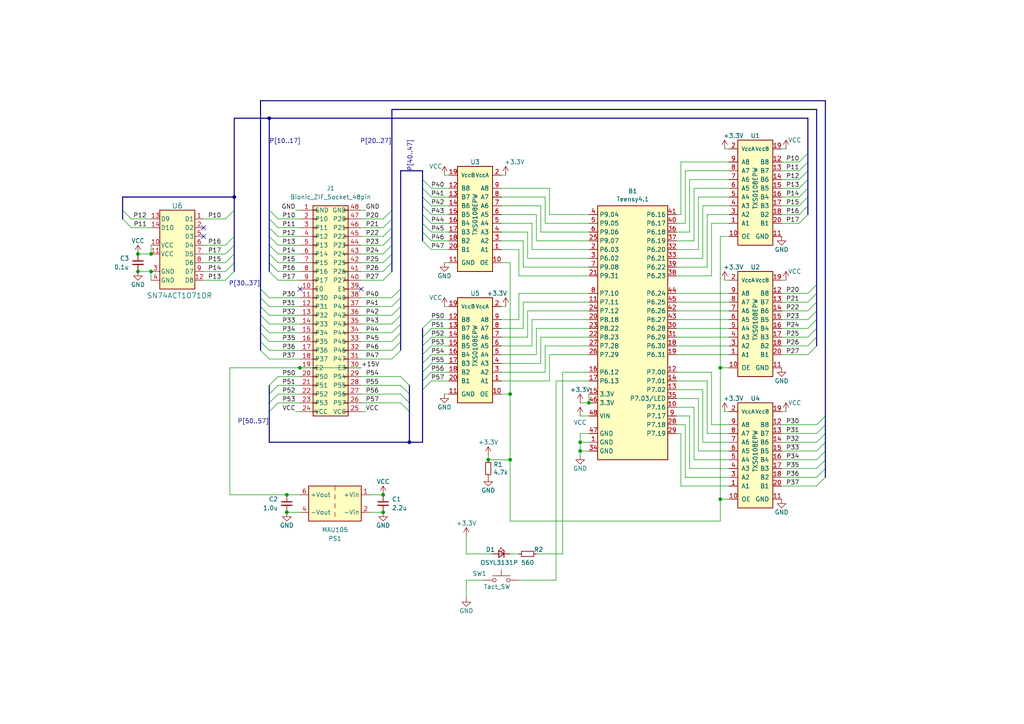
<source format=kicad_sch>
(kicad_sch (version 20230121) (generator eeschema)
  (paper "A4")
  (title_block (title "BionicBase Teensy 4.1 (Universal)") (date "2024-06-20") (rev "7") (company "Tadashi G. Takaoka"))
  (lib_symbols
    (symbol "0-LocalLibrary:Bionic_ZIF_Socket_48pin"
      (property "Reference" "J" (at 3.81 30.48 0))
      (property "Value" "Bionic_ZIF_Socket_48pin" (at 3.81 -33.02 0))
      (symbol "Bionic_ZIF_Socket_48pin_1_1"
        (pin passive line (at -5.08 27.94 0) (length 3.81) (name "GND") (number "1"))
        (pin passive line (at -5.08 5.08 0) (length 3.81) (name "E0") (number "10"))
        (pin passive line (at -5.08 2.54 0) (length 3.81) (name "P30") (number "11"))
        (pin passive line (at -5.08 0 0) (length 3.81) (name "P31") (number "12"))
        (pin passive line (at -5.08 -2.54 0) (length 3.81) (name "P32") (number "13"))
        (pin passive line (at -5.08 -5.08 0) (length 3.81) (name "P33") (number "14"))
        (pin passive line (at -5.08 -7.62 0) (length 3.81) (name "P34") (number "15"))
        (pin passive line (at -5.08 -10.16 0) (length 3.81) (name "P35") (number "16"))
        (pin passive line (at -5.08 -12.7 0) (length 3.81) (name "P36") (number "17"))
        (pin passive line (at -5.08 -15.24 0) (length 3.81) (name "P37") (number "18"))
        (pin passive line (at -5.08 -17.78 0) (length 3.81) (name "E2") (number "19"))
        (pin passive line (at -5.08 25.4 0) (length 3.81) (name "P10") (number "2"))
        (pin passive line (at -5.08 -20.32 0) (length 3.81) (name "P50") (number "20"))
        (pin passive line (at -5.08 -22.86 0) (length 3.81) (name "P51") (number "21"))
        (pin passive line (at -5.08 -25.4 0) (length 3.81) (name "P52") (number "22"))
        (pin passive line (at -5.08 -27.94 0) (length 3.81) (name "P53") (number "23"))
        (pin passive line (at -5.08 -30.48 0) (length 3.81) (name "VCC") (number "24"))
        (pin passive line (at 12.7 -30.48 180) (length 3.81) (name "VCC") (number "25"))
        (pin passive line (at 12.7 -27.94 180) (length 3.81) (name "P57") (number "26"))
        (pin passive line (at 12.7 -25.4 180) (length 3.81) (name "P56") (number "27"))
        (pin passive line (at 12.7 -22.86 180) (length 3.81) (name "P55") (number "28"))
        (pin passive line (at 12.7 -20.32 180) (length 3.81) (name "P54") (number "29"))
        (pin passive line (at -5.08 22.86 0) (length 3.81) (name "P11") (number "3"))
        (pin passive line (at 12.7 -17.78 180) (length 3.81) (name "E3") (number "30"))
        (pin passive line (at 12.7 -15.24 180) (length 3.81) (name "P47") (number "31"))
        (pin passive line (at 12.7 -12.7 180) (length 3.81) (name "P46") (number "32"))
        (pin passive line (at 12.7 -10.16 180) (length 3.81) (name "P45") (number "33"))
        (pin passive line (at 12.7 -7.62 180) (length 3.81) (name "P44") (number "34"))
        (pin passive line (at 12.7 -5.08 180) (length 3.81) (name "P43") (number "35"))
        (pin passive line (at 12.7 -2.54 180) (length 3.81) (name "P42") (number "36"))
        (pin passive line (at 12.7 0 180) (length 3.81) (name "P41") (number "37"))
        (pin passive line (at 12.7 2.54 180) (length 3.81) (name "P40") (number "38"))
        (pin passive line (at 12.7 5.08 180) (length 3.81) (name "E1") (number "39"))
        (pin passive line (at -5.08 20.32 0) (length 3.81) (name "P12") (number "4"))
        (pin passive line (at 12.7 7.62 180) (length 3.81) (name "P27") (number "40"))
        (pin passive line (at 12.7 10.16 180) (length 3.81) (name "P26") (number "41"))
        (pin passive line (at 12.7 12.7 180) (length 3.81) (name "P25") (number "42"))
        (pin passive line (at 12.7 15.24 180) (length 3.81) (name "P24") (number "43"))
        (pin passive line (at 12.7 17.78 180) (length 3.81) (name "P23") (number "44"))
        (pin passive line (at 12.7 20.32 180) (length 3.81) (name "P22") (number "45"))
        (pin passive line (at 12.7 22.86 180) (length 3.81) (name "P21") (number "46"))
        (pin passive line (at 12.7 25.4 180) (length 3.81) (name "P20") (number "47"))
        (pin passive line (at 12.7 27.94 180) (length 3.81) (name "GND") (number "48"))
        (pin passive line (at -5.08 17.78 0) (length 3.81) (name "P13") (number "5"))
        (pin passive line (at -5.08 15.24 0) (length 3.81) (name "P14") (number "6"))
        (pin passive line (at -5.08 12.7 0) (length 3.81) (name "P15") (number "7"))
        (pin passive line (at -5.08 10.16 0) (length 3.81) (name "P16") (number "8"))
        (pin passive line (at -5.08 7.62 0) (length 3.81) (name "P17") (number "9"))
      )
    )
    (symbol "0-LocalLibrary:MAU105"
      (property "Reference" "PS" (at -7.62 6.35 0))
      (property "Value" "MAU105" (at 1.27 6.35 0))
      (symbol "MAU105_0_0"
        (pin power_in line (at -10.16 2.54 0) (length 2.54) (name "+Vin") (number "1"))
        (pin power_in line (at -10.16 -2.54 0) (length 2.54) (name "-Vin") (number "2"))
        (pin passive line (at 10.16 -2.54 180) (length 2.54) (name "-Vout") (number "4"))
        (pin power_out line (at 10.16 2.54 180) (length 2.54) (name "+Vout") (number "6"))
      )
    )
    (symbol "0-LocalLibrary:TXS0108EPW" (pin_names (offset 1.016))
      (property "Reference" "U" (at 0 15.24 0))
      (property "Value" "TXS0108EPW" (at 0 0 90))
      (symbol "TXS0108EPW_1_0"
        (pin bidirectional line (at -7.62 -10.16 0) (length 2.54) (name "A1") (number "1"))
        (pin input line (at -7.62 -13.97 0) (length 2.54) (name "OE") (number "10"))
        (pin power_in line (at 7.62 -13.97 180) (length 2.54) (name "GND") (number "11"))
        (pin bidirectional line (at 7.62 7.62 180) (length 2.54) (name "B8") (number "12"))
        (pin bidirectional line (at 7.62 5.08 180) (length 2.54) (name "B7") (number "13"))
        (pin bidirectional line (at 7.62 2.54 180) (length 2.54) (name "B6") (number "14"))
        (pin bidirectional line (at 7.62 0 180) (length 2.54) (name "B5") (number "15"))
        (pin bidirectional line (at 7.62 -2.54 180) (length 2.54) (name "B4") (number "16"))
        (pin bidirectional line (at 7.62 -5.08 180) (length 2.54) (name "B3") (number "17"))
        (pin bidirectional line (at 7.62 -7.62 180) (length 2.54) (name "B2") (number "18"))
        (pin power_in line (at 7.62 11.43 180) (length 2.54) (name "VccB") (number "19"))
        (pin bidirectional line (at 7.62 -10.16 180) (length 2.54) (name "B1") (number "20"))
        (pin bidirectional line (at -7.62 -7.62 0) (length 2.54) (name "A2") (number "3"))
        (pin bidirectional line (at -7.62 -5.08 0) (length 2.54) (name "A3") (number "4"))
        (pin bidirectional line (at -7.62 -2.54 0) (length 2.54) (name "A4") (number "5"))
        (pin bidirectional line (at -7.62 0 0) (length 2.54) (name "A5") (number "6"))
        (pin bidirectional line (at -7.62 2.54 0) (length 2.54) (name "A6") (number "7"))
        (pin bidirectional line (at -7.62 5.08 0) (length 2.54) (name "A7") (number "8"))
        (pin bidirectional line (at -7.62 7.62 0) (length 2.54) (name "A8") (number "9"))
      )
      (symbol "TXS0108EPW_1_1"
        (pin power_in line (at -7.62 11.43 0) (length 2.54) (name "VccA") (number "2"))
      )
    )
    (symbol "0-LocalLibrary:Tact_SW" (pin_numbers hide) (pin_names (offset 1.016) hide)
      (property "Reference" "SW" (at 1.27 2.54 0))
      (property "Value" "Tact_SW" (at 0 -1.524 0))
      (symbol "Tact_SW_0_1"
        (pin passive line (at -5.08 0 0) (length 2.54) (name "1") (number "1"))
        (pin passive line (at 5.08 0 180) (length 2.54) (name "2") (number "2"))
      )
    )
    (symbol "0-LocalLibrary:Teensy4.1"
      (property "Reference" "B" (at -1.27 30.48 0))
      (property "Value" "Teensy4.1" (at -1.27 -8.89 90))
      (symbol "Teensy4.1_0_0"
        (pin power_in line (at -12.7 -24.13 0) (length 2.54) (name "3.3V") (number "15"))
        (pin bidirectional line (at -12.7 20.32 0) (length 2.54) (name "P9.07") (number "25"))
        (pin power_in line (at -12.7 -35.56 0) (length 2.54) (name "GND") (number "47"))
      )
      (symbol "Teensy4.1_1_1"
        (pin power_out line (at -12.7 -38.1 0) (length 2.54) (name "GND") (number "1"))
        (pin bidirectional line (at 12.7 -27.94 180) (length 2.54) (name "P7.16") (number "10"))
        (pin bidirectional line (at -12.7 2.54 0) (length 2.54) (name "P7.11") (number "11"))
        (pin bidirectional line (at 12.7 -17.78 180) (length 2.54) (name "P7.00") (number "12"))
        (pin bidirectional line (at 12.7 -22.86 180) (length 2.54) (name "P7.02") (number "13"))
        (pin bidirectional line (at 12.7 -20.32 180) (length 2.54) (name "P7.01") (number "14"))
        (pin bidirectional line (at -12.7 -17.78 0) (length 2.54) (name "P6.12") (number "16"))
        (pin bidirectional line (at -12.7 -20.32 0) (length 2.54) (name "P6.13") (number "17"))
        (pin bidirectional line (at 12.7 -10.16 180) (length 2.54) (name "P6.30") (number "18"))
        (pin bidirectional line (at 12.7 -12.7 180) (length 2.54) (name "P6.31") (number "19"))
        (pin bidirectional line (at -12.7 17.78 0) (length 2.54) (name "P6.03") (number "2"))
        (pin bidirectional line (at -12.7 -2.54 0) (length 2.54) (name "P8.18") (number "20"))
        (pin bidirectional line (at -12.7 10.16 0) (length 2.54) (name "P9.31") (number "21"))
        (pin bidirectional line (at -12.7 -7.62 0) (length 2.54) (name "P8.23") (number "22"))
        (pin bidirectional line (at -12.7 -5.08 0) (length 2.54) (name "P8.22") (number "23"))
        (pin bidirectional line (at -12.7 0 0) (length 2.54) (name "P7.12") (number "24"))
        (pin bidirectional line (at -12.7 -12.7 0) (length 2.54) (name "P7.29") (number "26"))
        (pin bidirectional line (at -12.7 -10.16 0) (length 2.54) (name "P7.28") (number "27"))
        (pin bidirectional line (at 12.7 -33.02 180) (length 2.54) (name "P7.18") (number "28"))
        (pin bidirectional line (at 12.7 -35.56 180) (length 2.54) (name "P7.19") (number "29"))
        (pin bidirectional line (at -12.7 15.24 0) (length 2.54) (name "P6.02") (number "3"))
        (pin bidirectional line (at 12.7 -5.08 180) (length 2.54) (name "P6.28") (number "30"))
        (pin bidirectional line (at 12.7 -7.62 180) (length 2.54) (name "P6.29") (number "31"))
        (pin bidirectional line (at 12.7 17.78 180) (length 2.54) (name "P6.20") (number "32"))
        (pin bidirectional line (at 12.7 15.24 180) (length 2.54) (name "P6.21") (number "33"))
        (pin power_in line (at -12.7 -40.64 0) (length 2.54) (name "GND") (number "34"))
        (pin bidirectional line (at 12.7 -25.4 180) (length 2.54) (name "P7.03/LED") (number "35"))
        (pin bidirectional line (at 12.7 22.86 180) (length 2.54) (name "P6.18") (number "36"))
        (pin bidirectional line (at 12.7 20.32 180) (length 2.54) (name "P6.19") (number "37"))
        (pin bidirectional line (at 12.7 10.16 180) (length 2.54) (name "P6.23") (number "38"))
        (pin bidirectional line (at 12.7 12.7 180) (length 2.54) (name "P6.22") (number "39"))
        (pin bidirectional line (at -12.7 27.94 0) (length 2.54) (name "P9.04") (number "4"))
        (pin bidirectional line (at 12.7 25.4 180) (length 2.54) (name "P6.17") (number "40"))
        (pin bidirectional line (at 12.7 27.94 180) (length 2.54) (name "P6.16") (number "41"))
        (pin bidirectional line (at 12.7 0 180) (length 2.54) (name "P6.26") (number "42"))
        (pin bidirectional line (at 12.7 -2.54 180) (length 2.54) (name "P6.27") (number "43"))
        (pin bidirectional line (at 12.7 5.08 180) (length 2.54) (name "P6.24") (number "44"))
        (pin bidirectional line (at 12.7 2.54 180) (length 2.54) (name "P6.25") (number "45"))
        (pin power_out line (at -12.7 -26.67 0) (length 2.54) (name "3.3V") (number "46"))
        (pin power_out line (at -12.7 -30.48 0) (length 2.54) (name "VIN") (number "48"))
        (pin bidirectional line (at -12.7 25.4 0) (length 2.54) (name "P9.05") (number "5"))
        (pin bidirectional line (at -12.7 22.86 0) (length 2.54) (name "P9.06") (number "6"))
        (pin bidirectional line (at -12.7 12.7 0) (length 2.54) (name "P9.08") (number "7"))
        (pin bidirectional line (at -12.7 5.08 0) (length 2.54) (name "P7.10") (number "8"))
        (pin bidirectional line (at 12.7 -30.48 180) (length 2.54) (name "P7.17") (number "9"))
      )
    )
    (symbol "Device:C_Small" (pin_numbers hide) (pin_names (offset 0.254) hide)
      (property "Reference" "C" (at 0.254 1.778 0))
      (property "Value" "C_Small" (at 0.254 -2.032 0))
      (symbol "C_Small_1_1"
        (pin passive line (at 0 2.54 270) (length 2.032) (name "~") (number "1"))
        (pin passive line (at 0 -2.54 90) (length 2.032) (name "~") (number "2"))
      )
    )
    (symbol "Device:LED_Small" (pin_numbers hide) (pin_names (offset 0.254) hide)
      (property "Reference" "D" (at -1.27 3.175 0))
      (property "Value" "LED_Small" (at -4.445 -2.54 0))
      (symbol "LED_Small_1_1"
        (pin passive line (at -2.54 0 0) (length 1.778) (name "K") (number "1"))
        (pin passive line (at 2.54 0 180) (length 1.778) (name "A") (number "2"))
      )
    )
    (symbol "Device:R_Small" (pin_numbers hide) (pin_names (offset 0.254) hide)
      (property "Reference" "R" (at 0.762 0.508 0))
      (property "Value" "R_Small" (at 0.762 -1.016 0))
      (symbol "R_Small_1_1"
        (pin passive line (at 0 2.54 270) (length 0.762) (name "~") (number "1"))
        (pin passive line (at 0 -2.54 90) (length 0.762) (name "~") (number "2"))
      )
    )
    (symbol "power:+3.3V" (power) (pin_names (offset 0))
      (property "Value" "+3.3V" (at 0 3.556 0))
      (symbol "+3.3V_1_1"
        (pin power_in line (at 0 0 90) (length 0) hide (name "+3.3V") (number "1"))
      )
    )
    (symbol "power:GND" (power) (pin_names (offset 0))
      (property "Value" "GND" (at 0 -3.81 0))
      (symbol "GND_1_1"
        (pin power_in line (at 0 0 270) (length 0) hide (name "GND") (number "1"))
      )
    )
    (symbol "power:VCC" (power) (pin_names (offset 0))
      (property "Value" "VCC" (at 0 3.81 0))
      (symbol "VCC_1_1"
        (pin power_in line (at 0 0 90) (length 0) hide (name "VCC") (number "1"))
      )
    )
    (symbol "ti:SN74ACT1071DR" (pin_names (offset 0.254))
      (property "Reference" "U" (at 5.08 3.81 0))
      (property "Value" "SN74ACT1071DR" (at 5.08 1.27 0))
      (symbol "SN74ACT1071DR_1_1"
        (pin input line (at 12.7 -2.54 180) (length 2.54) (name "D1") (number "1"))
        (pin power_in line (at -2.54 -10.16 0) (length 2.54) (name "VCC") (number "10"))
        (pin power_in line (at -2.54 -12.7 0) (length 2.54) (name "VCC") (number "11"))
        (pin input line (at 12.7 -20.32 180) (length 2.54) (name "D8") (number "12"))
        (pin input line (at -2.54 -2.54 0) (length 2.54) (name "D9") (number "13"))
        (pin input line (at -2.54 -5.08 0) (length 2.54) (name "D10") (number "14"))
        (pin input line (at 12.7 -5.08 180) (length 2.54) (name "D2") (number "2"))
        (pin power_in line (at -2.54 -17.78 0) (length 2.54) (name "GND") (number "3"))
        (pin power_in line (at -2.54 -20.32 0) (length 2.54) (name "GND") (number "4"))
        (pin input line (at 12.7 -7.62 180) (length 2.54) (name "D3") (number "5"))
        (pin input line (at 12.7 -10.16 180) (length 2.54) (name "D4") (number "6"))
        (pin input line (at 12.7 -12.7 180) (length 2.54) (name "D5") (number "7"))
        (pin input line (at 12.7 -15.24 180) (length 2.54) (name "D6") (number "8"))
        (pin input line (at 12.7 -17.78 180) (length 2.54) (name "D7") (number "9"))
      )
    )
  )
  (junction (at 147.955 133.35))
  (junction (at 78.105 34.29))
  (junction (at 147.955 114.3))
  (junction (at 83.185 143.51))
  (junction (at 170.815 116.84))
  (junction (at 86.995 106.68))
  (junction (at 43.815 78.74))
  (junction (at 111.125 148.59))
  (junction (at 141.605 133.35))
  (junction (at 168.275 130.81))
  (junction (at 40.005 73.66))
  (junction (at 111.125 143.51))
  (junction (at 67.945 57.15))
  (junction (at 168.275 128.27))
  (junction (at 208.915 106.68))
  (junction (at 118.745 128.27))
  (junction (at 83.185 148.59))
  (junction (at 40.005 78.74))
  (junction (at 43.815 73.66))
  (junction (at 208.915 144.78))
  (no_connect (at 104.775 83.82))
  (no_connect (at 86.995 83.82))
  (no_connect (at 59.055 66.04))
  (no_connect (at 59.055 68.58))
  (bus_entry (at 113.665 76.2) (size -2.54 2.54))
  (bus_entry (at 234.315 54.61) (size -2.54 2.54))
  (bus_entry (at 116.205 101.6) (size -2.54 2.54))
  (bus_entry (at 122.555 52.07) (size 2.54 2.54))
  (bus_entry (at 78.105 66.04) (size 2.54 2.54))
  (bus_entry (at 239.395 138.43) (size -2.54 2.54))
  (bus_entry (at 122.555 59.69) (size 2.54 2.54))
  (bus_entry (at 236.855 90.17) (size -2.54 2.54))
  (bus_entry (at 78.105 73.66) (size 2.54 2.54))
  (bus_entry (at 234.315 57.15) (size -2.54 2.54))
  (bus_entry (at 118.745 111.76) (size -2.54 -2.54))
  (bus_entry (at 113.665 73.66) (size -2.54 2.54))
  (bus_entry (at 75.565 93.98) (size 2.54 2.54))
  (bus_entry (at 116.205 83.82) (size -2.54 2.54))
  (bus_entry (at 234.315 52.07) (size -2.54 2.54))
  (bus_entry (at 75.565 91.44) (size 2.54 2.54))
  (bus_entry (at 122.555 54.61) (size 2.54 2.54))
  (bus_entry (at 116.205 99.06) (size -2.54 2.54))
  (bus_entry (at 78.105 119.38) (size 2.54 -2.54))
  (bus_entry (at 236.855 92.71) (size -2.54 2.54))
  (bus_entry (at 75.565 96.52) (size 2.54 2.54))
  (bus_entry (at 67.945 60.96) (size -2.54 2.54))
  (bus_entry (at 35.56 63.5) (size 2.54 2.54))
  (bus_entry (at 35.56 60.96) (size 2.54 2.54))
  (bus_entry (at 78.105 63.5) (size 2.54 2.54))
  (bus_entry (at 67.945 78.74) (size -2.54 2.54))
  (bus_entry (at 118.745 119.38) (size -2.54 -2.54))
  (bus_entry (at 234.315 49.53) (size -2.54 2.54))
  (bus_entry (at 239.395 123.19) (size -2.54 2.54))
  (bus_entry (at 118.745 116.84) (size -2.54 -2.54))
  (bus_entry (at 78.105 114.3) (size 2.54 -2.54))
  (bus_entry (at 75.565 83.82) (size 2.54 2.54))
  (bus_entry (at 113.665 63.5) (size -2.54 2.54))
  (bus_entry (at 113.665 66.04) (size -2.54 2.54))
  (bus_entry (at 122.555 97.79) (size 2.54 -2.54))
  (bus_entry (at 234.315 44.45) (size -2.54 2.54))
  (bus_entry (at 78.105 76.2) (size 2.54 2.54))
  (bus_entry (at 239.395 135.89) (size -2.54 2.54))
  (bus_entry (at 78.105 60.96) (size 2.54 2.54))
  (bus_entry (at 122.555 105.41) (size 2.54 -2.54))
  (bus_entry (at 116.205 86.36) (size -2.54 2.54))
  (bus_entry (at 236.855 87.63) (size -2.54 2.54))
  (bus_entry (at 75.565 101.6) (size 2.54 2.54))
  (bus_entry (at 239.395 133.35) (size -2.54 2.54))
  (bus_entry (at 75.565 86.36) (size 2.54 2.54))
  (bus_entry (at 122.555 95.25) (size 2.54 -2.54))
  (bus_entry (at 67.945 76.2) (size -2.54 2.54))
  (bus_entry (at 116.205 96.52) (size -2.54 2.54))
  (bus_entry (at 239.395 130.81) (size -2.54 2.54))
  (bus_entry (at 122.555 69.85) (size 2.54 2.54))
  (bus_entry (at 78.105 111.76) (size 2.54 -2.54))
  (bus_entry (at 78.105 116.84) (size 2.54 -2.54))
  (bus_entry (at 122.555 57.15) (size 2.54 2.54))
  (bus_entry (at 239.395 125.73) (size -2.54 2.54))
  (bus_entry (at 234.315 46.99) (size -2.54 2.54))
  (bus_entry (at 236.855 100.33) (size -2.54 2.54))
  (bus_entry (at 239.395 120.65) (size -2.54 2.54))
  (bus_entry (at 122.555 110.49) (size 2.54 -2.54))
  (bus_entry (at 118.745 114.3) (size -2.54 -2.54))
  (bus_entry (at 116.205 93.98) (size -2.54 2.54))
  (bus_entry (at 113.665 71.12) (size -2.54 2.54))
  (bus_entry (at 236.855 97.79) (size -2.54 2.54))
  (bus_entry (at 67.945 71.12) (size -2.54 2.54))
  (bus_entry (at 122.555 113.03) (size 2.54 -2.54))
  (bus_entry (at 122.555 100.33) (size 2.54 -2.54))
  (bus_entry (at 122.555 62.23) (size 2.54 2.54))
  (bus_entry (at 122.555 102.87) (size 2.54 -2.54))
  (bus_entry (at 113.665 78.74) (size -2.54 2.54))
  (bus_entry (at 113.665 68.58) (size -2.54 2.54))
  (bus_entry (at 122.555 67.31) (size 2.54 2.54))
  (bus_entry (at 78.105 68.58) (size 2.54 2.54))
  (bus_entry (at 113.665 60.96) (size -2.54 2.54))
  (bus_entry (at 234.315 59.69) (size -2.54 2.54))
  (bus_entry (at 67.945 73.66) (size -2.54 2.54))
  (bus_entry (at 116.205 88.9) (size -2.54 2.54))
  (bus_entry (at 236.855 95.25) (size -2.54 2.54))
  (bus_entry (at 78.105 78.74) (size 2.54 2.54))
  (bus_entry (at 236.855 85.09) (size -2.54 2.54))
  (bus_entry (at 236.855 82.55) (size -2.54 2.54))
  (bus_entry (at 75.565 88.9) (size 2.54 2.54))
  (bus_entry (at 67.945 68.58) (size -2.54 2.54))
  (bus_entry (at 234.315 62.23) (size -2.54 2.54))
  (bus_entry (at 116.205 91.44) (size -2.54 2.54))
  (bus_entry (at 122.555 107.95) (size 2.54 -2.54))
  (bus_entry (at 75.565 99.06) (size 2.54 2.54))
  (bus_entry (at 78.105 71.12) (size 2.54 2.54))
  (bus_entry (at 239.395 128.27) (size -2.54 2.54))
  (bus_entry (at 122.555 64.77) (size 2.54 2.54))
  (wire (pts (xy 200.025 52.07) (xy 211.455 52.07)))
  (wire (pts (xy 104.775 101.6) (xy 113.665 101.6)))
  (wire (pts (xy 130.175 54.61) (xy 125.095 54.61)))
  (wire (pts (xy 40.005 73.66) (xy 43.815 73.66)))
  (wire (pts (xy 141.605 133.35) (xy 147.955 133.35)))
  (wire (pts (xy 201.295 54.61) (xy 211.455 54.61)))
  (wire (pts (xy 40.005 78.74) (xy 43.815 78.74)))
  (wire (pts (xy 104.775 66.04) (xy 111.125 66.04)))
  (bus (pts (xy 234.315 44.45) (xy 234.315 46.99)))
  (bus (pts (xy 78.105 114.3) (xy 78.105 116.84)))
  (wire (pts (xy 226.695 128.27) (xy 236.855 128.27)))
  (wire (pts (xy 170.815 125.73) (xy 168.275 125.73)))
  (bus (pts (xy 75.565 29.21) (xy 239.395 29.21)))
  (wire (pts (xy 202.565 57.15) (xy 202.565 72.39)))
  (wire (pts (xy 86.995 78.74) (xy 80.645 78.74)))
  (wire (pts (xy 135.255 168.275) (xy 135.255 173.355)))
  (wire (pts (xy 104.775 60.96) (xy 106.045 60.96)))
  (bus (pts (xy 75.565 86.36) (xy 75.565 88.9)))
  (wire (pts (xy 200.025 67.31) (xy 200.025 52.07)))
  (wire (pts (xy 130.175 88.9) (xy 128.905 88.9)))
  (wire (pts (xy 130.175 107.95) (xy 125.095 107.95)))
  (wire (pts (xy 196.215 77.47) (xy 205.105 77.47)))
  (wire (pts (xy 130.175 110.49) (xy 125.095 110.49)))
  (wire (pts (xy 156.845 67.31) (xy 156.845 59.69)))
  (bus (pts (xy 75.565 96.52) (xy 75.565 99.06)))
  (wire (pts (xy 86.995 91.44) (xy 78.105 91.44)))
  (wire (pts (xy 196.215 64.77) (xy 198.755 64.77)))
  (wire (pts (xy 80.645 76.2) (xy 86.995 76.2)))
  (wire (pts (xy 211.455 49.53) (xy 198.755 49.53)))
  (wire (pts (xy 145.415 95.25) (xy 151.765 95.25)))
  (bus (pts (xy 116.205 99.06) (xy 116.205 101.6)))
  (wire (pts (xy 158.115 107.95) (xy 158.115 100.33)))
  (wire (pts (xy 231.775 62.23) (xy 226.695 62.23)))
  (bus (pts (xy 239.395 130.81) (xy 239.395 133.35)))
  (wire (pts (xy 196.215 115.57) (xy 202.565 115.57)))
  (wire (pts (xy 104.775 86.36) (xy 113.665 86.36)))
  (wire (pts (xy 226.695 97.79) (xy 234.315 97.79)))
  (bus (pts (xy 122.555 113.03) (xy 122.555 128.27)))
  (bus (pts (xy 78.105 34.29) (xy 78.105 60.96)))
  (bus (pts (xy 35.56 57.15) (xy 67.945 57.15)))
  (wire (pts (xy 196.215 62.23) (xy 197.485 62.23)))
  (bus (pts (xy 239.395 120.65) (xy 239.395 123.19)))
  (bus (pts (xy 116.205 86.36) (xy 116.205 88.9)))
  (wire (pts (xy 196.215 125.73) (xy 197.485 125.73)))
  (wire (pts (xy 231.775 54.61) (xy 226.695 54.61)))
  (wire (pts (xy 226.695 87.63) (xy 234.315 87.63)))
  (wire (pts (xy 59.055 78.74) (xy 65.405 78.74)))
  (wire (pts (xy 159.385 110.49) (xy 145.415 110.49)))
  (bus (pts (xy 78.105 60.96) (xy 78.105 63.5)))
  (bus (pts (xy 236.855 95.25) (xy 236.855 97.79)))
  (wire (pts (xy 146.685 88.9) (xy 145.415 88.9)))
  (wire (pts (xy 147.955 76.2) (xy 147.955 114.3)))
  (wire (pts (xy 159.385 102.87) (xy 159.385 110.49)))
  (bus (pts (xy 78.105 73.66) (xy 78.105 76.2)))
  (wire (pts (xy 196.215 110.49) (xy 205.105 110.49)))
  (wire (pts (xy 86.995 60.96) (xy 85.725 60.96)))
  (wire (pts (xy 86.995 73.66) (xy 80.645 73.66)))
  (bus (pts (xy 78.105 63.5) (xy 78.105 66.04)))
  (wire (pts (xy 208.915 106.68) (xy 208.915 144.78)))
  (wire (pts (xy 226.695 95.25) (xy 234.315 95.25)))
  (wire (pts (xy 202.565 115.57) (xy 202.565 130.81)))
  (wire (pts (xy 150.495 80.01) (xy 150.495 72.39)))
  (wire (pts (xy 208.915 144.78) (xy 208.915 151.13)))
  (bus (pts (xy 122.555 59.69) (xy 122.555 62.23)))
  (wire (pts (xy 83.185 143.51) (xy 86.995 143.51)))
  (wire (pts (xy 196.215 95.25) (xy 211.455 95.25)))
  (wire (pts (xy 168.275 125.73) (xy 168.275 128.27)))
  (bus (pts (xy 78.105 76.2) (xy 78.105 78.74)))
  (bus (pts (xy 113.665 76.2) (xy 113.665 78.74)))
  (wire (pts (xy 150.495 92.71) (xy 145.415 92.71)))
  (wire (pts (xy 147.955 114.3) (xy 147.955 133.35)))
  (bus (pts (xy 35.56 63.5) (xy 35.56 60.96)))
  (bus (pts (xy 113.665 73.66) (xy 113.665 76.2)))
  (wire (pts (xy 226.695 85.09) (xy 234.315 85.09)))
  (wire (pts (xy 203.835 74.93) (xy 203.835 59.69)))
  (wire (pts (xy 104.775 88.9) (xy 113.665 88.9)))
  (wire (pts (xy 170.815 74.93) (xy 153.035 74.93)))
  (bus (pts (xy 75.565 29.21) (xy 75.565 83.82)))
  (wire (pts (xy 158.115 57.15) (xy 158.115 64.77)))
  (wire (pts (xy 130.175 114.3) (xy 128.905 114.3)))
  (wire (pts (xy 154.305 100.33) (xy 154.305 92.71)))
  (bus (pts (xy 234.315 34.29) (xy 234.315 44.45)))
  (wire (pts (xy 111.125 76.2) (xy 104.775 76.2)))
  (wire (pts (xy 203.835 128.27) (xy 203.835 113.03)))
  (wire (pts (xy 86.995 104.14) (xy 78.105 104.14)))
  (wire (pts (xy 231.775 59.69) (xy 226.695 59.69)))
  (bus (pts (xy 118.745 119.38) (xy 118.745 128.27)))
  (bus (pts (xy 113.665 60.96) (xy 113.665 63.5)))
  (wire (pts (xy 205.105 125.73) (xy 211.455 125.73)))
  (wire (pts (xy 59.055 71.12) (xy 65.405 71.12)))
  (bus (pts (xy 236.855 82.55) (xy 236.855 85.09)))
  (bus (pts (xy 239.395 135.89) (xy 239.395 138.43)))
  (wire (pts (xy 104.775 91.44) (xy 113.665 91.44)))
  (wire (pts (xy 145.415 76.2) (xy 147.955 76.2)))
  (wire (pts (xy 226.695 43.18) (xy 227.965 43.18)))
  (wire (pts (xy 130.175 92.71) (xy 125.095 92.71)))
  (wire (pts (xy 197.485 125.73) (xy 197.485 140.97)))
  (wire (pts (xy 211.455 138.43) (xy 198.755 138.43)))
  (wire (pts (xy 200.025 135.89) (xy 211.455 135.89)))
  (wire (pts (xy 170.815 128.27) (xy 168.275 128.27)))
  (wire (pts (xy 147.955 151.13) (xy 208.915 151.13)))
  (bus (pts (xy 118.745 116.84) (xy 118.745 119.38)))
  (wire (pts (xy 59.055 63.5) (xy 65.405 63.5)))
  (wire (pts (xy 59.055 76.2) (xy 65.405 76.2)))
  (wire (pts (xy 66.675 143.51) (xy 83.185 143.51)))
  (wire (pts (xy 86.995 116.84) (xy 80.645 116.84)))
  (wire (pts (xy 38.1 63.5) (xy 43.815 63.5)))
  (wire (pts (xy 125.095 59.69) (xy 130.175 59.69)))
  (bus (pts (xy 122.555 67.31) (xy 122.555 69.85)))
  (bus (pts (xy 239.395 133.35) (xy 239.395 135.89)))
  (wire (pts (xy 116.205 109.22) (xy 104.775 109.22)))
  (wire (pts (xy 116.205 116.84) (xy 104.775 116.84)))
  (bus (pts (xy 113.665 71.12) (xy 113.665 73.66)))
  (bus (pts (xy 118.745 114.3) (xy 118.745 116.84)))
  (bus (pts (xy 234.315 57.15) (xy 234.315 59.69)))
  (wire (pts (xy 206.375 80.01) (xy 206.375 64.77)))
  (wire (pts (xy 150.495 85.09) (xy 150.495 92.71)))
  (wire (pts (xy 206.375 107.95) (xy 206.375 123.19)))
  (wire (pts (xy 145.415 107.95) (xy 158.115 107.95)))
  (bus (pts (xy 122.555 105.41) (xy 122.555 107.95)))
  (bus (pts (xy 78.105 66.04) (xy 78.105 68.58)))
  (wire (pts (xy 159.385 62.23) (xy 159.385 54.61)))
  (bus (pts (xy 236.855 97.79) (xy 236.855 100.33)))
  (wire (pts (xy 86.995 68.58) (xy 80.645 68.58)))
  (wire (pts (xy 198.755 138.43) (xy 198.755 123.19)))
  (wire (pts (xy 141.605 132.08) (xy 141.605 133.35)))
  (bus (pts (xy 116.205 91.44) (xy 116.205 93.98)))
  (wire (pts (xy 170.815 107.95) (xy 163.195 107.95)))
  (bus (pts (xy 67.945 68.58) (xy 67.945 71.12)))
  (wire (pts (xy 153.035 67.31) (xy 145.415 67.31)))
  (wire (pts (xy 170.815 87.63) (xy 151.765 87.63)))
  (bus (pts (xy 122.555 49.53) (xy 122.555 52.07)))
  (bus (pts (xy 122.555 102.87) (xy 122.555 105.41)))
  (wire (pts (xy 196.215 97.79) (xy 211.455 97.79)))
  (wire (pts (xy 196.215 123.19) (xy 198.755 123.19)))
  (wire (pts (xy 208.915 68.58) (xy 208.915 106.68)))
  (bus (pts (xy 113.665 63.5) (xy 113.665 66.04)))
  (wire (pts (xy 211.455 133.35) (xy 201.295 133.35)))
  (wire (pts (xy 142.875 160.655) (xy 135.255 160.655)))
  (wire (pts (xy 226.695 46.99) (xy 231.775 46.99)))
  (wire (pts (xy 226.695 133.35) (xy 236.855 133.35)))
  (wire (pts (xy 146.685 50.8) (xy 145.415 50.8)))
  (wire (pts (xy 196.215 85.09) (xy 211.455 85.09)))
  (bus (pts (xy 67.945 60.96) (xy 67.945 68.58)))
  (wire (pts (xy 83.185 148.59) (xy 86.995 148.59)))
  (wire (pts (xy 150.495 72.39) (xy 145.415 72.39)))
  (wire (pts (xy 104.775 119.38) (xy 106.045 119.38)))
  (wire (pts (xy 153.035 90.17) (xy 153.035 97.79)))
  (bus (pts (xy 234.315 54.61) (xy 234.315 57.15)))
  (wire (pts (xy 153.035 97.79) (xy 145.415 97.79)))
  (bus (pts (xy 75.565 91.44) (xy 75.565 93.98)))
  (wire (pts (xy 170.815 95.25) (xy 155.575 95.25)))
  (bus (pts (xy 122.555 57.15) (xy 122.555 59.69)))
  (wire (pts (xy 59.055 73.66) (xy 65.405 73.66)))
  (wire (pts (xy 226.695 138.43) (xy 236.855 138.43)))
  (bus (pts (xy 122.555 62.23) (xy 122.555 64.77)))
  (wire (pts (xy 125.095 69.85) (xy 130.175 69.85)))
  (wire (pts (xy 211.455 128.27) (xy 203.835 128.27)))
  (bus (pts (xy 234.315 52.07) (xy 234.315 54.61)))
  (bus (pts (xy 122.555 95.25) (xy 122.555 97.79)))
  (wire (pts (xy 170.815 64.77) (xy 158.115 64.77)))
  (wire (pts (xy 226.695 140.97) (xy 236.855 140.97)))
  (wire (pts (xy 151.765 69.85) (xy 151.765 77.47)))
  (wire (pts (xy 38.1 66.04) (xy 43.815 66.04)))
  (wire (pts (xy 155.575 69.85) (xy 155.575 62.23)))
  (wire (pts (xy 86.995 63.5) (xy 80.645 63.5)))
  (bus (pts (xy 122.555 64.77) (xy 122.555 67.31)))
  (wire (pts (xy 145.415 64.77) (xy 154.305 64.77)))
  (wire (pts (xy 226.695 119.38) (xy 227.965 119.38)))
  (wire (pts (xy 170.815 72.39) (xy 154.305 72.39)))
  (wire (pts (xy 202.565 130.81) (xy 211.455 130.81)))
  (bus (pts (xy 236.855 31.75) (xy 236.855 82.55)))
  (wire (pts (xy 150.495 160.655) (xy 147.955 160.655)))
  (bus (pts (xy 239.395 29.21) (xy 239.395 120.65)))
  (wire (pts (xy 59.055 81.28) (xy 65.405 81.28)))
  (wire (pts (xy 205.105 110.49) (xy 205.105 125.73)))
  (wire (pts (xy 43.815 78.74) (xy 43.815 81.28)))
  (wire (pts (xy 226.695 90.17) (xy 234.315 90.17)))
  (wire (pts (xy 66.675 106.68) (xy 86.995 106.68)))
  (wire (pts (xy 104.775 96.52) (xy 113.665 96.52)))
  (wire (pts (xy 168.275 130.81) (xy 168.275 132.08)))
  (wire (pts (xy 125.095 67.31) (xy 130.175 67.31)))
  (bus (pts (xy 122.555 97.79) (xy 122.555 100.33)))
  (wire (pts (xy 80.645 109.22) (xy 86.995 109.22)))
  (wire (pts (xy 116.205 111.76) (xy 104.775 111.76)))
  (wire (pts (xy 196.215 90.17) (xy 211.455 90.17)))
  (wire (pts (xy 145.415 57.15) (xy 158.115 57.15)))
  (wire (pts (xy 197.485 140.97) (xy 211.455 140.97)))
  (wire (pts (xy 196.215 113.03) (xy 203.835 113.03)))
  (wire (pts (xy 125.095 64.77) (xy 130.175 64.77)))
  (bus (pts (xy 113.665 31.75) (xy 113.665 60.96)))
  (wire (pts (xy 147.955 133.35) (xy 147.955 151.13)))
  (wire (pts (xy 168.275 116.84) (xy 170.815 116.84)))
  (wire (pts (xy 211.455 62.23) (xy 205.105 62.23)))
  (wire (pts (xy 155.575 95.25) (xy 155.575 102.87)))
  (bus (pts (xy 116.205 96.52) (xy 116.205 99.06)))
  (wire (pts (xy 130.175 102.87) (xy 125.095 102.87)))
  (wire (pts (xy 80.645 71.12) (xy 86.995 71.12)))
  (bus (pts (xy 122.555 54.61) (xy 122.555 57.15)))
  (bus (pts (xy 75.565 99.06) (xy 75.565 101.6)))
  (wire (pts (xy 226.695 130.81) (xy 236.855 130.81)))
  (wire (pts (xy 86.995 101.6) (xy 78.105 101.6)))
  (wire (pts (xy 196.215 69.85) (xy 201.295 69.85)))
  (wire (pts (xy 86.995 93.98) (xy 78.105 93.98)))
  (bus (pts (xy 75.565 93.98) (xy 75.565 96.52)))
  (wire (pts (xy 168.275 130.81) (xy 170.815 130.81)))
  (wire (pts (xy 196.215 80.01) (xy 206.375 80.01)))
  (wire (pts (xy 104.775 73.66) (xy 111.125 73.66)))
  (wire (pts (xy 130.175 76.2) (xy 128.905 76.2)))
  (wire (pts (xy 208.915 144.78) (xy 211.455 144.78)))
  (wire (pts (xy 86.995 96.52) (xy 78.105 96.52)))
  (wire (pts (xy 125.095 72.39) (xy 130.175 72.39)))
  (wire (pts (xy 107.315 143.51) (xy 111.125 143.51)))
  (wire (pts (xy 86.995 66.04) (xy 80.645 66.04)))
  (bus (pts (xy 122.555 100.33) (xy 122.555 102.87)))
  (wire (pts (xy 145.415 114.3) (xy 147.955 114.3)))
  (wire (pts (xy 85.725 119.38) (xy 86.995 119.38)))
  (wire (pts (xy 170.815 90.17) (xy 153.035 90.17)))
  (wire (pts (xy 210.185 119.38) (xy 211.455 119.38)))
  (wire (pts (xy 153.035 74.93) (xy 153.035 67.31)))
  (wire (pts (xy 170.815 69.85) (xy 155.575 69.85)))
  (wire (pts (xy 201.295 133.35) (xy 201.295 118.11)))
  (wire (pts (xy 231.775 52.07) (xy 226.695 52.07)))
  (wire (pts (xy 196.215 74.93) (xy 203.835 74.93)))
  (wire (pts (xy 155.575 62.23) (xy 145.415 62.23)))
  (wire (pts (xy 130.175 95.25) (xy 125.095 95.25)))
  (bus (pts (xy 122.555 128.27) (xy 118.745 128.27)))
  (bus (pts (xy 75.565 83.82) (xy 75.565 86.36)))
  (bus (pts (xy 234.315 59.69) (xy 234.315 62.23)))
  (wire (pts (xy 111.125 71.12) (xy 104.775 71.12)))
  (wire (pts (xy 231.775 49.53) (xy 226.695 49.53)))
  (wire (pts (xy 135.255 155.575) (xy 135.255 160.655)))
  (wire (pts (xy 197.485 62.23) (xy 197.485 46.99)))
  (wire (pts (xy 170.815 110.49) (xy 161.29 110.49)))
  (wire (pts (xy 196.215 72.39) (xy 202.565 72.39)))
  (wire (pts (xy 208.915 68.58) (xy 211.455 68.58)))
  (wire (pts (xy 170.815 102.87) (xy 159.385 102.87)))
  (wire (pts (xy 170.815 114.3) (xy 170.815 116.84)))
  (wire (pts (xy 210.185 81.28) (xy 211.455 81.28)))
  (wire (pts (xy 66.675 106.68) (xy 66.675 143.51)))
  (wire (pts (xy 206.375 123.19) (xy 211.455 123.19)))
  (wire (pts (xy 170.815 97.79) (xy 156.845 97.79)))
  (bus (pts (xy 234.315 34.29) (xy 78.105 34.29)))
  (wire (pts (xy 168.275 128.27) (xy 168.275 130.81)))
  (bus (pts (xy 116.205 49.53) (xy 116.205 83.82)))
  (wire (pts (xy 210.185 43.18) (xy 211.455 43.18)))
  (wire (pts (xy 226.695 81.28) (xy 227.965 81.28)))
  (bus (pts (xy 67.945 34.29) (xy 78.105 34.29)))
  (bus (pts (xy 67.945 57.15) (xy 67.945 34.29)))
  (wire (pts (xy 104.775 63.5) (xy 111.125 63.5)))
  (wire (pts (xy 155.575 102.87) (xy 145.415 102.87)))
  (wire (pts (xy 196.215 87.63) (xy 211.455 87.63)))
  (wire (pts (xy 196.215 67.31) (xy 200.025 67.31)))
  (wire (pts (xy 86.995 99.06) (xy 78.105 99.06)))
  (bus (pts (xy 236.855 31.75) (xy 113.665 31.75)))
  (wire (pts (xy 170.815 120.65) (xy 168.275 120.65)))
  (wire (pts (xy 156.845 59.69) (xy 145.415 59.69)))
  (wire (pts (xy 130.175 50.8) (xy 128.905 50.8)))
  (wire (pts (xy 205.105 62.23) (xy 205.105 77.47)))
  (wire (pts (xy 107.315 148.59) (xy 111.125 148.59)))
  (wire (pts (xy 197.485 46.99) (xy 211.455 46.99)))
  (wire (pts (xy 170.815 80.01) (xy 150.495 80.01)))
  (bus (pts (xy 78.105 116.84) (xy 78.105 119.38)))
  (wire (pts (xy 196.215 102.87) (xy 211.455 102.87)))
  (bus (pts (xy 75.565 88.9) (xy 75.565 91.44)))
  (wire (pts (xy 196.215 100.33) (xy 211.455 100.33)))
  (wire (pts (xy 226.695 125.73) (xy 236.855 125.73)))
  (bus (pts (xy 122.555 110.49) (xy 122.555 113.03)))
  (bus (pts (xy 234.315 49.53) (xy 234.315 52.07)))
  (wire (pts (xy 231.775 57.15) (xy 226.695 57.15)))
  (bus (pts (xy 236.855 85.09) (xy 236.855 87.63)))
  (wire (pts (xy 125.095 62.23) (xy 130.175 62.23)))
  (wire (pts (xy 86.995 81.28) (xy 80.645 81.28)))
  (wire (pts (xy 104.775 81.28) (xy 111.125 81.28)))
  (bus (pts (xy 78.105 71.12) (xy 78.105 73.66)))
  (wire (pts (xy 150.495 168.275) (xy 161.29 168.275)))
  (wire (pts (xy 43.815 71.12) (xy 43.815 73.66)))
  (wire (pts (xy 170.815 92.71) (xy 154.305 92.71)))
  (wire (pts (xy 170.815 100.33) (xy 158.115 100.33)))
  (bus (pts (xy 67.945 73.66) (xy 67.945 76.2)))
  (bus (pts (xy 236.855 87.63) (xy 236.855 90.17)))
  (bus (pts (xy 78.105 119.38) (xy 78.105 128.27)))
  (wire (pts (xy 196.215 107.95) (xy 206.375 107.95)))
  (wire (pts (xy 231.775 64.77) (xy 226.695 64.77)))
  (bus (pts (xy 236.855 92.71) (xy 236.855 95.25)))
  (bus (pts (xy 113.665 68.58) (xy 113.665 71.12)))
  (wire (pts (xy 104.775 93.98) (xy 113.665 93.98)))
  (wire (pts (xy 198.755 49.53) (xy 198.755 64.77)))
  (bus (pts (xy 234.315 46.99) (xy 234.315 49.53)))
  (wire (pts (xy 163.195 107.95) (xy 163.195 160.655)))
  (bus (pts (xy 67.945 60.96) (xy 67.945 57.15)))
  (wire (pts (xy 159.385 54.61) (xy 145.415 54.61)))
  (wire (pts (xy 86.995 88.9) (xy 78.105 88.9)))
  (wire (pts (xy 200.025 120.65) (xy 200.025 135.89)))
  (wire (pts (xy 104.775 99.06) (xy 113.665 99.06)))
  (wire (pts (xy 145.415 69.85) (xy 151.765 69.85)))
  (bus (pts (xy 122.555 49.53) (xy 116.205 49.53)))
  (bus (pts (xy 113.665 66.04) (xy 113.665 68.58)))
  (bus (pts (xy 116.205 83.82) (xy 116.205 86.36)))
  (bus (pts (xy 122.555 52.07) (xy 122.555 54.61)))
  (wire (pts (xy 145.415 100.33) (xy 154.305 100.33)))
  (wire (pts (xy 130.175 105.41) (xy 125.095 105.41)))
  (wire (pts (xy 170.815 77.47) (xy 151.765 77.47)))
  (wire (pts (xy 196.215 120.65) (xy 200.025 120.65)))
  (bus (pts (xy 236.855 90.17) (xy 236.855 92.71)))
  (bus (pts (xy 67.945 76.2) (xy 67.945 78.74)))
  (wire (pts (xy 226.695 135.89) (xy 236.855 135.89)))
  (wire (pts (xy 130.175 100.33) (xy 125.095 100.33)))
  (wire (pts (xy 206.375 64.77) (xy 211.455 64.77)))
  (bus (pts (xy 118.745 128.27) (xy 78.105 128.27)))
  (wire (pts (xy 211.455 57.15) (xy 202.565 57.15)))
  (wire (pts (xy 104.775 104.14) (xy 113.665 104.14)))
  (wire (pts (xy 226.695 102.87) (xy 234.315 102.87)))
  (wire (pts (xy 201.295 69.85) (xy 201.295 54.61)))
  (wire (pts (xy 226.695 123.19) (xy 236.855 123.19)))
  (wire (pts (xy 155.575 160.655) (xy 163.195 160.655)))
  (bus (pts (xy 78.105 111.76) (xy 78.105 114.3)))
  (wire (pts (xy 125.095 57.15) (xy 130.175 57.15)))
  (wire (pts (xy 116.205 114.3) (xy 104.775 114.3)))
  (wire (pts (xy 226.695 100.33) (xy 234.315 100.33)))
  (bus (pts (xy 116.205 88.9) (xy 116.205 91.44)))
  (bus (pts (xy 239.395 128.27) (xy 239.395 130.81)))
  (wire (pts (xy 170.815 85.09) (xy 150.495 85.09)))
  (wire (pts (xy 203.835 59.69) (xy 211.455 59.69)))
  (wire (pts (xy 86.995 106.68) (xy 104.775 106.68)))
  (bus (pts (xy 35.56 60.96) (xy 35.56 57.15)))
  (wire (pts (xy 161.29 110.49) (xy 161.29 168.275)))
  (bus (pts (xy 116.205 93.98) (xy 116.205 96.52)))
  (bus (pts (xy 78.105 68.58) (xy 78.105 71.12)))
  (wire (pts (xy 156.845 97.79) (xy 156.845 105.41)))
  (wire (pts (xy 196.215 118.11) (xy 201.295 118.11)))
  (wire (pts (xy 170.815 67.31) (xy 156.845 67.31)))
  (wire (pts (xy 196.215 92.71) (xy 211.455 92.71)))
  (wire (pts (xy 208.915 106.68) (xy 211.455 106.68)))
  (bus (pts (xy 239.395 125.73) (xy 239.395 128.27)))
  (wire (pts (xy 80.645 114.3) (xy 86.995 114.3)))
  (wire (pts (xy 170.815 62.23) (xy 159.385 62.23)))
  (wire (pts (xy 151.765 95.25) (xy 151.765 87.63)))
  (bus (pts (xy 239.395 123.19) (xy 239.395 125.73)))
  (wire (pts (xy 156.845 105.41) (xy 145.415 105.41)))
  (wire (pts (xy 226.695 92.71) (xy 234.315 92.71)))
  (wire (pts (xy 130.175 97.79) (xy 125.095 97.79)))
  (wire (pts (xy 135.255 168.275) (xy 140.335 168.275)))
  (wire (pts (xy 104.775 78.74) (xy 111.125 78.74)))
  (wire (pts (xy 80.645 111.76) (xy 86.995 111.76)))
  (wire (pts (xy 86.995 86.36) (xy 78.105 86.36)))
  (bus (pts (xy 67.945 71.12) (xy 67.945 73.66)))
  (bus (pts (xy 122.555 107.95) (xy 122.555 110.49)))
  (wire (pts (xy 104.775 68.58) (xy 111.125 68.58)))
  (bus (pts (xy 118.745 111.76) (xy 118.745 114.3)))
  (wire (pts (xy 154.305 64.77) (xy 154.305 72.39)))
  (label "P43" (at 106.045 93.98 0))
  (label "P10" (at 60.325 63.5 0))
  (label "P23" (at 106.045 71.12 0))
  (label "P53" (at 85.725 116.84 180))
  (label "P13" (at 85.725 71.12 180))
  (label "P50" (at 85.725 109.22 180))
  (label "P[40..47]" (at 120.015 49.53 90))
  (label "P31" (at 85.725 88.9 180))
  (label "P50" (at 128.905 92.71 180))
  (label "VCC" (at 106.045 119.38 0))
  (label "P17" (at 85.725 81.28 180))
  (label "P33" (at 85.725 93.98 180))
  (label "P42" (at 128.905 59.69 180))
  (label "P23" (at 227.965 92.71 0))
  (label "P42" (at 106.045 91.44 0))
  (label "P24" (at 106.045 73.66 0))
  (label "P15" (at 85.725 76.2 180))
  (label "P17" (at 227.965 64.77 0))
  (label "P35" (at 227.965 135.89 0))
  (label "P24" (at 227.965 95.25 0))
  (label "P54" (at 106.045 109.22 0))
  (label "P55" (at 128.905 105.41 180))
  (label "GND" (at 106.045 60.96 0))
  (label "P25" (at 106.045 76.2 0))
  (label "P12" (at 42.545 63.5 180))
  (label "P16" (at 227.965 62.23 0))
  (label "P[30..37]" (at 75.565 83.185 180))
  (label "P13" (at 227.965 54.61 0))
  (label "P[10..17]" (at 78.105 41.91 0))
  (label "P52" (at 128.905 97.79 180))
  (label "P10" (at 85.725 63.5 180))
  (label "P26" (at 106.045 78.74 0))
  (label "P30" (at 85.725 86.36 180))
  (label "P30" (at 227.965 123.19 0))
  (label "P11" (at 38.735 66.04 0))
  (label "P47" (at 106.045 104.14 0))
  (label "P33" (at 227.965 130.81 0))
  (label "P40" (at 128.905 54.61 180))
  (label "P11" (at 227.965 49.53 0))
  (label "P14" (at 60.325 78.74 0))
  (label "P26" (at 227.965 100.33 0))
  (label "P36" (at 227.965 138.43 0))
  (label "P51" (at 128.905 95.25 180))
  (label "P25" (at 227.965 97.79 0))
  (label "P55" (at 106.045 111.76 0))
  (label "P57" (at 106.045 116.84 0))
  (label "P20" (at 227.965 85.09 0))
  (label "P20" (at 106.045 63.5 0))
  (label "P51" (at 85.725 111.76 180))
  (label "P12" (at 85.725 68.58 180))
  (label "P14" (at 227.965 57.15 0))
  (label "P[20..27]" (at 113.665 41.91 180))
  (label "P35" (at 85.725 99.06 180))
  (label "P41" (at 106.045 88.9 0))
  (label "P56" (at 106.045 114.3 0))
  (label "P[50..57]" (at 78.105 123.19 180))
  (label "P57" (at 128.905 110.49 180))
  (label "P41" (at 128.905 57.15 180))
  (label "P45" (at 128.905 67.31 180))
  (label "P11" (at 85.725 66.04 180))
  (label "+15V" (at 104.775 106.68 0))
  (label "P17" (at 60.325 73.66 0))
  (label "P36" (at 85.725 101.6 180))
  (label "P34" (at 85.725 96.52 180))
  (label "VCC" (at 85.725 119.38 180))
  (label "P22" (at 227.965 90.17 0))
  (label "P52" (at 85.725 114.3 180))
  (label "P31" (at 227.965 125.73 0))
  (label "P10" (at 227.965 46.99 0))
  (label "P27" (at 106.045 81.28 0))
  (label "P46" (at 128.905 69.85 180))
  (label "P16" (at 85.725 78.74 180))
  (label "P14" (at 85.725 73.66 180))
  (label "P16" (at 60.325 71.12 0))
  (label "P13" (at 60.325 81.28 0))
  (label "P43" (at 128.905 62.23 180))
  (label "P44" (at 106.045 96.52 0))
  (label "P54" (at 128.905 102.87 180))
  (label "P37" (at 227.965 140.97 0))
  (label "P44" (at 128.905 64.77 180))
  (label "P32" (at 85.725 91.44 180))
  (label "P53" (at 128.905 100.33 180))
  (label "P22" (at 106.045 68.58 0))
  (label "P15" (at 227.965 59.69 0))
  (label "GND" (at 85.725 60.96 180))
  (label "P46" (at 106.045 101.6 0))
  (label "P40" (at 106.045 86.36 0))
  (label "P34" (at 227.965 133.35 0))
  (label "P37" (at 85.725 104.14 180))
  (label "P45" (at 106.045 99.06 0))
  (label "P21" (at 106.045 66.04 0))
  (label "P47" (at 128.905 72.39 180))
  (label "P32" (at 227.965 128.27 0))
  (label "P12" (at 227.965 52.07 0))
  (label "P15" (at 60.325 76.2 0))
  (label "P56" (at 128.905 107.95 180))
  (label "P21" (at 227.965 87.63 0))
  (label "P27" (at 227.965 102.87 0))
  (symbol (lib_id "Device:R_Small") (at 153.035 160.655 90) (mirror x) (unit 1)
    (property "Reference" "R2" (at 156.21 159.385 90))
    (property "Value" "560" (at 153.035 163.195 90))
    (property "Footprint" "Resistor_THT:R_Axial_DIN0204_L3.6mm_D1.6mm_P5.08mm_Horizontal" (effects hide))
  )
  (symbol (lib_id "Device:R_Small") (at 141.605 135.89 0) (mirror y) (unit 1)
    (property "Reference" "R1" (at 143.1036 134.7216 0) (effects (justify right)))
    (property "Value" "4.7k" (at 143.1036 137.033 0) (effects (justify right)))
    (property "Footprint" "Resistor_THT:R_Axial_DIN0204_L3.6mm_D1.6mm_P5.08mm_Horizontal" (effects hide))
  )
  (symbol (lib_id "0-LocalLibrary:Tact_SW") (at 145.415 168.275 0) (mirror y) (unit 1)
    (property "Reference" "SW1" (at 139.065 166.37 0))
    (property "Value" "Tact_SW" (at 144.145 170.18 0))
    (property "Footprint" "0-LocalLibrary:Tact_SW_6x6mm" (effects hide))
  )
  (symbol (lib_id "Device:LED_Small") (at 145.415 160.655 0) (mirror y) (unit 1)
    (property "Reference" "D1" (at 142.24 159.385 0))
    (property "Value" "OSYL3131P" (at 144.78 163.195 0))
    (property "Footprint" "LED_THT:LED_D3.0mm" (effects hide))
  )
  (symbol (lib_id "0-LocalLibrary:Teensy4.1") (at 183.515 90.17 0) (unit 1)
    (property "Reference" "B1" (at 183.515 55.4482 0))
    (property "Value" "Teensy4.1" (at 183.515 57.7596 0))
    (property "Footprint" "0-LocalLibrary:DIP-48_W15.24mm_Socket" (effects hide))
    (property "Datasheet" "https://www.pjrc.com/store/teensy41.html" (effects hide))
  )
  (symbol (lib_id "power:+3.3V") (at 146.685 88.9 0) (unit 1)
    (property "Reference" "#PWR04" (effects hide))
    (property "Value" "+3.3V" (at 144.145 85.09 0))
  )
  (symbol (lib_id "Device:C_Small") (at 111.125 146.05 0) (unit 1)
    (property "Reference" "C1" (at 113.665 144.7863 0) (effects (justify left)))
    (property "Value" "2.2u" (at 113.665 147.3263 0) (effects (justify left)))
    (property "Footprint" "Capacitor_THT:C_Disc_D3.4mm_W2.1mm_P2.50mm" (effects hide))
  )
  (symbol (lib_id "power:+3.3V") (at 168.275 116.84 0) (unit 1)
    (property "Reference" "#PWR013" (effects hide))
    (property "Value" "+3.3V" (at 168.275 113.03 0))
  )
  (symbol (lib_id "power:VCC") (at 128.905 50.8 0) (mirror y) (unit 1)
    (property "Reference" "#PWR08" (effects hide))
    (property "Value" "VCC" (at 126.365 48.26 0))
  )
  (symbol (lib_id "power:GND") (at 40.005 78.74 0) (unit 1)
    (property "Reference" "#PWR026" (effects hide))
    (property "Value" "GND" (at 40.005 82.55 0))
  )
  (symbol (lib_id "power:VCC") (at 111.125 143.51 0) (mirror y) (unit 1)
    (property "Reference" "#PWR025" (effects hide))
    (property "Value" "VCC" (at 111.125 139.7 0))
  )
  (symbol (lib_id "power:GND") (at 128.905 114.3 0) (unit 1)
    (property "Reference" "#PWR017" (effects hide))
    (property "Value" "GND" (at 128.905 118.11 0))
  )
  (symbol (lib_id "0-LocalLibrary:TXS0108EPW") (at 219.075 130.81 0) (unit 1)
    (property "Reference" "U4" (at 219.075 115.57 0))
    (property "Value" "TXS0108EPW" (at 219.075 130.81 90))
    (property "Footprint" "0-LocalLibrary:DIP-20_W12.70mm_Socket" (effects hide))
    (property "Datasheet" "www.ti.com/lit/ds/symlink/txs0108e.pdf" (effects hide))
  )
  (symbol (lib_id "power:GND") (at 83.185 148.59 0) (unit 1)
    (property "Reference" "#PWR024" (effects hide))
    (property "Value" "GND" (at 83.185 152.4 0))
  )
  (symbol (lib_id "power:VCC") (at 227.965 119.38 0) (unit 1)
    (property "Reference" "#PWR016" (effects hide))
    (property "Value" "VCC" (at 230.505 116.84 0))
  )
  (symbol (lib_id "Device:C_Small") (at 83.185 146.05 0) (mirror y) (unit 1)
    (property "Reference" "C2" (at 80.645 144.7863 0) (effects (justify left)))
    (property "Value" "1.0u" (at 80.645 147.3263 0) (effects (justify left)))
    (property "Footprint" "Capacitor_THT:C_Disc_D3.4mm_W2.1mm_P2.50mm" (effects hide))
  )
  (symbol (lib_id "power:+3.3V") (at 210.185 43.18 0) (unit 1)
    (property "Reference" "#PWR07" (effects hide))
    (property "Value" "+3.3V" (at 212.725 39.37 0))
  )
  (symbol (lib_id "power:GND") (at 226.695 144.78 0) (unit 1)
    (property "Reference" "#PWR022" (effects hide))
    (property "Value" "GND" (at 226.695 148.59 0))
  )
  (symbol (lib_id "power:GND") (at 111.125 148.59 0) (unit 1)
    (property "Reference" "#PWR010" (effects hide))
    (property "Value" "GND" (at 111.125 152.4 0))
  )
  (symbol (lib_id "0-LocalLibrary:MAU105") (at 97.155 146.05 0) (mirror y) (unit 1)
    (property "Reference" "PS1" (at 97.155 156.21 0))
    (property "Value" "MAU105" (at 97.155 153.67 0))
    (property "Footprint" "0-LocalLibrary:Converter_DCDC_Minmax_MAU100_THT" (effects hide))
    (property "Datasheet" "https://power.murata.com/pub/data/power/ncl/kdc_mee1.pdfhttps://www.minmaxpower.com/storage/media/Product-MINMAX/MBU100/MBU100_Datasheet.pdf" (effects hide))
  )
  (symbol (lib_id "power:VCC") (at 227.965 43.18 0) (unit 1)
    (property "Reference" "#PWR02" (effects hide))
    (property "Value" "VCC" (at 230.505 40.64 0))
  )
  (symbol (lib_id "Device:C_Small") (at 40.005 76.2 0) (mirror y) (unit 1)
    (property "Reference" "C3" (at 37.465 74.9363 0) (effects (justify left)))
    (property "Value" "0.1u" (at 37.465 77.4763 0) (effects (justify left)))
    (property "Footprint" "Capacitor_THT:C_Disc_D3.4mm_W2.1mm_P2.50mm" (effects hide))
  )
  (symbol (lib_id "power:VCC") (at 168.275 120.65 0) (unit 1)
    (property "Reference" "#PWR019" (effects hide))
    (property "Value" "VCC" (at 168.275 122.555 0))
  )
  (symbol (lib_id "power:VCC") (at 40.005 73.66 0) (mirror y) (unit 1)
    (property "Reference" "#PWR027" (effects hide))
    (property "Value" "VCC" (at 40.005 69.85 0))
  )
  (symbol (lib_id "power:GND") (at 135.255 173.355 0) (mirror y) (unit 1)
    (property "Reference" "#PWR023" (effects hide))
    (property "Value" "GND" (at 135.255 177.165 0))
  )
  (symbol (lib_id "power:VCC") (at 128.905 88.9 0) (mirror y) (unit 1)
    (property "Reference" "#PWR03" (effects hide))
    (property "Value" "VCC" (at 126.365 86.36 0))
  )
  (symbol (lib_id "power:GND") (at 168.275 132.08 0) (unit 1)
    (property "Reference" "#PWR05" (effects hide))
    (property "Value" "GND" (at 168.275 135.89 0))
  )
  (symbol (lib_id "0-LocalLibrary:Bionic_ZIF_Socket_48pin") (at 92.075 88.9 0) (unit 1)
    (property "Reference" "J1" (at 95.885 54.61 0))
    (property "Value" "Bionic_ZIF_Socket_48pin" (at 95.885 57.15 0))
    (property "Footprint" "0-LocalLibrary:Aries_ZIF_socket_DIP-48-pin" (effects hide))
    (property "Datasheet" "https://www.arieselec.com/wp-content/uploads/2020/02/10001-universal-dip-zif-test-socket.pdf" (effects hide))
  )
  (symbol (lib_id "0-LocalLibrary:TXS0108EPW") (at 219.075 54.61 0) (unit 1)
    (property "Reference" "U1" (at 219.075 39.37 0))
    (property "Value" "TXS0108EPW" (at 219.075 54.61 90))
    (property "Footprint" "0-LocalLibrary:DIP-20_W12.70mm_Socket" (effects hide))
    (property "Datasheet" "www.ti.com/lit/ds/symlink/txs0108e.pdf" (effects hide))
  )
  (symbol (lib_id "power:+3.3V") (at 146.685 50.8 0) (unit 1)
    (property "Reference" "#PWR018" (effects hide))
    (property "Value" "+3.3V" (at 149.225 46.99 0))
  )
  (symbol (lib_id "power:+3.3V") (at 210.185 119.38 0) (unit 1)
    (property "Reference" "#PWR014" (effects hide))
    (property "Value" "+3.3V" (at 212.725 115.57 0))
  )
  (symbol (lib_id "power:VCC") (at 227.965 81.28 0) (unit 1)
    (property "Reference" "#PWR015" (effects hide))
    (property "Value" "VCC" (at 230.505 78.74 0))
  )
  (symbol (lib_id "power:+3.3V") (at 210.185 81.28 0) (unit 1)
    (property "Reference" "#PWR01" (effects hide))
    (property "Value" "+3.3V" (at 212.725 77.47 0))
  )
  (symbol (lib_id "ti:SN74ACT1071DR") (at 46.355 60.96 0) (unit 1)
    (property "Reference" "U6" (at 51.435 59.69 0) (effects (font (size 1.524 1.524))))
    (property "Value" "SN74ACT1071DR" (at 52.07 85.725 0) (effects (font (size 1.524 1.524))))
    (property "Footprint" "0-LocalLibrary:DIP-14_W15.24mm_Socket" (effects hide))
    (property "Datasheet" "SN74ACT1071DR" (effects hide))
  )
  (symbol (lib_id "power:GND") (at 141.605 138.43 0) (unit 1)
    (property "Reference" "#PWR06" (effects hide))
    (property "Value" "GND" (at 141.605 142.24 0))
  )
  (symbol (lib_id "power:GND") (at 226.695 68.58 0) (unit 1)
    (property "Reference" "#PWR011" (effects hide))
    (property "Value" "GND" (at 226.695 72.39 0))
  )
  (symbol (lib_id "0-LocalLibrary:TXS0108EPW") (at 219.075 92.71 0) (unit 1)
    (property "Reference" "U2" (at 219.075 77.47 0))
    (property "Value" "TXS0108EPW" (at 219.075 92.71 90))
    (property "Footprint" "0-LocalLibrary:DIP-20_W12.70mm_Socket" (effects hide))
    (property "Datasheet" "www.ti.com/lit/ds/symlink/txs0108e.pdf" (effects hide))
  )
  (symbol (lib_id "0-LocalLibrary:TXS0108EPW") (at 137.795 100.33 0) (mirror y) (unit 1)
    (property "Reference" "U5" (at 137.795 85.09 0))
    (property "Value" "TXS0108EPW" (at 137.795 100.33 90))
    (property "Footprint" "0-LocalLibrary:DIP-20_W12.70mm_Socket" (effects hide))
    (property "Datasheet" "www.ti.com/lit/ds/symlink/txs0108e.pdf" (effects hide))
  )
  (symbol (lib_id "power:+3.3V") (at 141.605 132.08 0) (unit 1)
    (property "Reference" "#PWR021" (effects hide))
    (property "Value" "+3.3V" (at 141.605 128.27 0))
  )
  (symbol (lib_id "0-LocalLibrary:TXS0108EPW") (at 137.795 62.23 0) (mirror y) (unit 1)
    (property "Reference" "U3" (at 137.795 46.99 0))
    (property "Value" "TXS0108EPW" (at 137.795 62.23 90))
    (property "Footprint" "0-LocalLibrary:DIP-20_W12.70mm_Socket" (effects hide))
    (property "Datasheet" "www.ti.com/lit/ds/symlink/txs0108e.pdf" (effects hide))
  )
  (symbol (lib_id "power:GND") (at 128.905 76.2 0) (unit 1)
    (property "Reference" "#PWR012" (effects hide))
    (property "Value" "GND" (at 128.905 80.01 0))
  )
  (symbol (lib_id "power:+3.3V") (at 135.255 155.575 0) (mirror y) (unit 1)
    (property "Reference" "#PWR09" (effects hide))
    (property "Value" "+3.3V" (at 135.255 151.765 0))
  )
  (symbol (lib_id "power:GND") (at 226.695 106.68 0) (unit 1)
    (property "Reference" "#PWR020" (effects hide))
    (property "Value" "GND" (at 226.695 110.49 0))
  )
)
</source>
